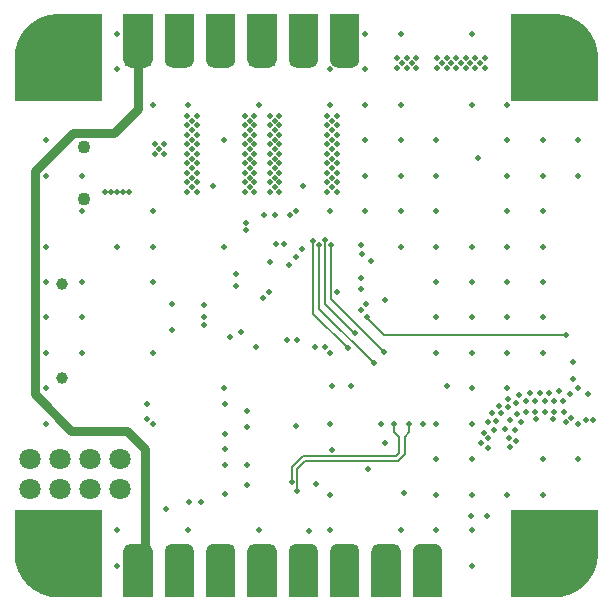
<source format=gbr>
%TF.GenerationSoftware,Altium Limited,Altium Designer,23.11.1 (41)*%
G04 Layer_Physical_Order=3*
G04 Layer_Color=36540*
%FSLAX45Y45*%
%MOMM*%
%TF.SameCoordinates,A167E3D1-D2EE-47D6-BB63-3A09D1C29133*%
%TF.FilePolarity,Positive*%
%TF.FileFunction,Copper,L3,Inr,Signal*%
%TF.Part,Single*%
G01*
G75*
%TA.AperFunction,Conductor*%
%ADD12C,0.18000*%
%ADD40C,0.15240*%
%TA.AperFunction,ComponentPad*%
%ADD42C,1.80000*%
%TA.AperFunction,ViaPad*%
%ADD43C,1.80000*%
%TA.AperFunction,ComponentPad*%
%ADD44C,1.00000*%
%ADD45C,1.10000*%
%TA.AperFunction,ViaPad*%
%ADD46C,1.00000*%
%ADD47C,0.50000*%
%TA.AperFunction,Conductor*%
%ADD48C,0.80000*%
G36*
G01X2350001Y30001D02*
G01Y422501D01*
G02X2412501Y485001I62500J0D01*
G01X2537501D01*
G02X2600001Y422501I0J-62500D01*
G01Y30001D01*
G01X2350001D01*
D02*
G37*
G36*
G01X2700000D02*
G01X2700001Y422501D01*
G02X2762501Y485001I62500J0D01*
G01X2887501D01*
G02X2950001Y422501I0J-62500D01*
G01X2950000Y30001D01*
G01X2700000D01*
D02*
G37*
G36*
G01X3400000D02*
G01X3400001Y422501D01*
G02X3462501Y485001I62500J0D01*
G01X3587501D01*
G02X3650001Y422501I0J-62500D01*
G01X3650000Y30001D01*
G01X3400000D01*
D02*
G37*
G36*
G01X3050001D02*
G01Y422501D01*
G02X3112501Y485001I62500J0D01*
G01X3237501D01*
G02X3300001Y422501I0J-62500D01*
G01Y30001D01*
G01X3050001D01*
D02*
G37*
G36*
G01X1650001D02*
G01Y422501D01*
G02X1712501Y485001I62500J0D01*
G01X1837501D01*
G02X1900001Y422501I0J-62500D01*
G01Y30001D01*
G01X1650001D01*
D02*
G37*
G36*
G01X2000000D02*
G01X2000001Y422501D01*
G02X2062501Y485001I62500J0D01*
G01X2187501D01*
G02X2250001Y422501I0J-62500D01*
G01X2250000Y30001D01*
G01X2000000D01*
D02*
G37*
G36*
G01X770000Y30000D02*
G01Y770000D01*
G01X30000D01*
G01X29999Y400000D01*
G03X400000Y30000I370000J0D01*
G01X770000Y30000D01*
D02*
G37*
G36*
G01X1300000Y30001D02*
G01X1300001Y422501D01*
G02X1362501Y485001I62500J0D01*
G01X1487501D01*
G02X1550001Y422501I0J-62500D01*
G01X1550000Y30001D01*
G01X1300000D01*
D02*
G37*
G36*
G01X950001D02*
G01Y422501D01*
G02X1012501Y485001I62500J0D01*
G01X1137501D01*
G02X1200001Y422501I0J-62500D01*
G01Y30001D01*
G01X950001D01*
D02*
G37*
G36*
G01X1200001Y4970000D02*
G01X1200000Y4577500D01*
G02X1137500Y4515000I-62500J0D01*
G01X1012500D01*
G02X950000Y4577500I0J62500D01*
G01X950001Y4970000D01*
G01X1200001D01*
D02*
G37*
G36*
G01X1550000D02*
G01Y4577500D01*
G02X1487500Y4515000I-62500J0D01*
G01X1362500D01*
G02X1300000Y4577500I0J62500D01*
G01Y4970000D01*
G01X1550000D01*
D02*
G37*
G36*
G01X1900001D02*
G01X1900000Y4577500D01*
G02X1837500Y4515000I-62500J0D01*
G01X1712500D01*
G02X1650000Y4577500I0J62500D01*
G01X1650001Y4970000D01*
G01X1900001D01*
D02*
G37*
G36*
G01X2250000D02*
G01Y4577500D01*
G02X2187500Y4515000I-62500J0D01*
G01X2062500D01*
G02X2000000Y4577500I0J62500D01*
G01Y4970000D01*
G01X2250000D01*
D02*
G37*
G36*
G01X2600001D02*
G01X2600000Y4577500D01*
G02X2537500Y4515000I-62500J0D01*
G01X2412500D01*
G02X2350000Y4577500I0J62500D01*
G01X2350001Y4970000D01*
G01X2600001D01*
D02*
G37*
G36*
G01X2950000D02*
G01Y4577500D01*
G02X2887500Y4515000I-62500J0D01*
G01X2762500D01*
G02X2700000Y4577500I0J62500D01*
G01Y4970000D01*
G01X2950000D01*
D02*
G37*
G36*
G01X4970000Y770000D02*
G01X4230000D01*
G01Y30000D01*
G01X4600000Y29999D01*
G03X4969999Y400000I0J370000D01*
G01X4970000Y770000D01*
D02*
G37*
G36*
G01X30000Y4230000D02*
G01X770000D01*
G01Y4970000D01*
G01X400000Y4970000D01*
G03X30000Y4600000I0J-370000D01*
G01X30000Y4230000D01*
D02*
G37*
G36*
G01X4230000Y4970000D02*
G01Y4230000D01*
G01X4970000D01*
G01X4970000Y4600000D01*
G03X4600000Y4969999I-370000J0D01*
G01X4230000Y4970000D01*
D02*
G37*
D12*
X2559056Y2430944D02*
X2850000Y2140000D01*
X2710000Y2556627D02*
Y3010000D01*
X2610000Y2471699D02*
X3070849Y2010850D01*
X3012936Y2397064D02*
Y2400000D01*
Y2397064D02*
X3160000Y2250000D01*
X2710000Y2556627D02*
X3158314Y2108314D01*
X2659528Y2514163D02*
X2906631Y2267060D01*
X2910000D01*
X3160000Y2250000D02*
X4700000D01*
X2610000Y2471699D02*
Y3010000D01*
X2559056Y2430944D02*
Y3050755D01*
X2659528Y2514163D02*
Y3052464D01*
D40*
X3243050Y1431000D02*
Y1495000D01*
X3373050Y1431000D02*
Y1500000D01*
X3333050Y1391000D02*
X3373050Y1431000D01*
X3274872Y1184680D02*
X3333050Y1242858D01*
Y1391000D01*
X3243050Y1431000D02*
X3282730Y1391320D01*
Y1256630D02*
Y1391320D01*
X2487957Y1184680D02*
X3274872D01*
X2374680Y1135495D02*
X2469185Y1230000D01*
X2374680Y1010000D02*
Y1135495D01*
X3256100Y1230000D02*
X3282730Y1256630D01*
X2420000Y930000D02*
Y1116723D01*
X2469185Y1230000D02*
X3256100D01*
X2420000Y1116723D02*
X2487957Y1184680D01*
D42*
X160000Y1200000D02*
D03*
X414000D02*
D03*
X668000D02*
D03*
Y946000D02*
D03*
X414000D02*
D03*
D43*
X922000Y1200000D02*
D03*
Y946000D02*
D03*
X160000D02*
D03*
D44*
X435000Y1885000D02*
D03*
Y2685000D02*
D03*
D45*
X620000Y3840000D02*
D03*
Y3400000D02*
D03*
D46*
X4600000Y150000D02*
D03*
X4776777Y223223D02*
D03*
X4423223D02*
D03*
X4850000Y400000D02*
D03*
X4350000D02*
D03*
X4776777Y576777D02*
D03*
X4423223D02*
D03*
X4600000Y650000D02*
D03*
X150000Y400000D02*
D03*
X223223Y223223D02*
D03*
Y576777D02*
D03*
X400000Y150000D02*
D03*
Y650000D02*
D03*
X576777Y223223D02*
D03*
Y576777D02*
D03*
X650000Y400000D02*
D03*
X400000Y4850000D02*
D03*
X223223Y4776777D02*
D03*
X576777D02*
D03*
X150000Y4600000D02*
D03*
X650000D02*
D03*
X223223Y4423223D02*
D03*
X576777D02*
D03*
X400000Y4350000D02*
D03*
X4850000Y4600000D02*
D03*
X4776777Y4776777D02*
D03*
Y4423223D02*
D03*
X4600000Y4850000D02*
D03*
Y4350000D02*
D03*
X4423223Y4776777D02*
D03*
Y4423223D02*
D03*
X4350000Y4600000D02*
D03*
D47*
X2135997Y2562297D02*
D03*
X4866124Y1535415D02*
D03*
X4799999Y3899999D02*
D03*
Y3599999D02*
D03*
Y1799999D02*
D03*
Y1500000D02*
D03*
Y1200000D02*
D03*
X4499999Y3899999D02*
D03*
Y3599999D02*
D03*
Y3299999D02*
D03*
Y2999999D02*
D03*
Y2699999D02*
D03*
Y2399999D02*
D03*
Y2099999D02*
D03*
Y1200000D02*
D03*
Y900000D02*
D03*
X4199999Y4199999D02*
D03*
Y3899999D02*
D03*
Y3599999D02*
D03*
Y3299999D02*
D03*
Y2999999D02*
D03*
Y2699999D02*
D03*
Y2399999D02*
D03*
Y2099999D02*
D03*
Y1799999D02*
D03*
Y900000D02*
D03*
X3899999Y4799999D02*
D03*
Y4199999D02*
D03*
Y2999999D02*
D03*
Y2699999D02*
D03*
Y2399999D02*
D03*
Y2099999D02*
D03*
Y1799999D02*
D03*
Y1500000D02*
D03*
Y1200000D02*
D03*
Y900000D02*
D03*
Y600000D02*
D03*
Y300000D02*
D03*
X3599999Y3899999D02*
D03*
Y3599999D02*
D03*
Y3299999D02*
D03*
Y2999999D02*
D03*
Y2699999D02*
D03*
Y2399999D02*
D03*
Y2099999D02*
D03*
Y1500000D02*
D03*
Y1200000D02*
D03*
Y900000D02*
D03*
Y600000D02*
D03*
X3299999Y4799999D02*
D03*
Y4199999D02*
D03*
Y3899999D02*
D03*
Y3599999D02*
D03*
Y3299999D02*
D03*
Y2999999D02*
D03*
Y600000D02*
D03*
X2999999Y4799999D02*
D03*
Y4499999D02*
D03*
Y4199999D02*
D03*
Y3899999D02*
D03*
Y3599999D02*
D03*
Y3299999D02*
D03*
X2699999Y4499999D02*
D03*
Y4199999D02*
D03*
Y3299999D02*
D03*
Y2099999D02*
D03*
Y1500000D02*
D03*
Y900000D02*
D03*
Y600000D02*
D03*
X2099999Y4199999D02*
D03*
Y600000D02*
D03*
X1799999Y3899999D02*
D03*
Y2999999D02*
D03*
Y1799999D02*
D03*
X1500000Y4199999D02*
D03*
Y600000D02*
D03*
X1200000Y4199999D02*
D03*
Y3299999D02*
D03*
Y2999999D02*
D03*
Y2699999D02*
D03*
Y2099999D02*
D03*
Y1500000D02*
D03*
X900000Y4799999D02*
D03*
Y4499999D02*
D03*
Y2999999D02*
D03*
Y600000D02*
D03*
Y300000D02*
D03*
X600000Y3599999D02*
D03*
Y3299999D02*
D03*
Y2699999D02*
D03*
Y2399999D02*
D03*
Y2099999D02*
D03*
X300000Y3899999D02*
D03*
Y3599999D02*
D03*
Y2999999D02*
D03*
Y2699999D02*
D03*
Y2399999D02*
D03*
Y2099999D02*
D03*
Y1799999D02*
D03*
Y1500000D02*
D03*
X4930549Y1527899D02*
D03*
X4643169Y1777145D02*
D03*
X4556564Y1757813D02*
D03*
X4476247Y1757811D02*
D03*
X4390245Y1756801D02*
D03*
X4297558Y1745252D02*
D03*
X4207546Y1711538D02*
D03*
X4130680Y1654791D02*
D03*
X4075687Y1587260D02*
D03*
X4042071Y1511133D02*
D03*
X4005211Y1424561D02*
D03*
X3978717Y1337486D02*
D03*
X4276856Y1358169D02*
D03*
X4269954Y1447950D02*
D03*
X4318763Y1515485D02*
D03*
X4443672Y1541628D02*
D03*
X4586861Y1540997D02*
D03*
X4698588Y1512743D02*
D03*
X4733074Y1753264D02*
D03*
X4676564Y1696637D02*
D03*
X4596565D02*
D03*
X4516565D02*
D03*
X4436565D02*
D03*
X4356569Y1695807D02*
D03*
X4278126Y1680102D02*
D03*
X4206711Y1644048D02*
D03*
X4148761Y1588896D02*
D03*
X4106491Y1520976D02*
D03*
X4086179Y1443598D02*
D03*
X4041924Y1376954D02*
D03*
X4037736Y1297063D02*
D03*
X4222264Y1303846D02*
D03*
X4213773Y1383394D02*
D03*
X4184213Y1457732D02*
D03*
X4220557Y1529000D02*
D03*
X4282253Y1579927D02*
D03*
X4359117Y1602108D02*
D03*
X4439106Y1603363D02*
D03*
X4519106D02*
D03*
X4599106D02*
D03*
X4679036Y1600011D02*
D03*
X4738716Y1546736D02*
D03*
X4887597Y1750237D02*
D03*
X1610000Y839000D02*
D03*
X1950000Y2280000D02*
D03*
X1855000Y2232500D02*
D03*
X1214779Y3784800D02*
D03*
Y3865200D02*
D03*
X1295222Y3784800D02*
D03*
X1255001Y3825000D02*
D03*
X1295222Y3865200D02*
D03*
X3270000Y4595221D02*
D03*
Y4514779D02*
D03*
X3310221Y4555000D02*
D03*
X3350442Y4514779D02*
D03*
Y4595221D02*
D03*
X3390664Y4555000D02*
D03*
X3430885Y4514779D02*
D03*
Y4595221D02*
D03*
X2759480Y3462829D02*
D03*
Y4025925D02*
D03*
Y3704156D02*
D03*
Y3865040D02*
D03*
X2719259Y3583492D02*
D03*
Y4066146D02*
D03*
X2759480Y3945483D02*
D03*
X2679038Y4106367D02*
D03*
Y3945483D02*
D03*
Y3784598D02*
D03*
X2759480Y3623713D02*
D03*
X2719259Y3663935D02*
D03*
Y3503050D02*
D03*
X2679038Y3865040D02*
D03*
X2719259Y3824819D02*
D03*
X2759480Y3543271D02*
D03*
X2719259Y3985704D02*
D03*
X2679038Y3704156D02*
D03*
Y3543271D02*
D03*
X2759480Y3784598D02*
D03*
X2679038Y3623713D02*
D03*
X2719259Y3744377D02*
D03*
X2679038Y3462829D02*
D03*
X2719259Y3905261D02*
D03*
X2679038Y4025925D02*
D03*
X2759480Y4106367D02*
D03*
X2190520Y3462829D02*
D03*
Y4025925D02*
D03*
Y3704156D02*
D03*
Y3865040D02*
D03*
X2230741Y3583492D02*
D03*
Y4066146D02*
D03*
X2190520Y3945483D02*
D03*
X2270962Y4106367D02*
D03*
Y3945483D02*
D03*
Y3784598D02*
D03*
X2190520Y3623713D02*
D03*
X2230741Y3663935D02*
D03*
Y3503050D02*
D03*
X2270962Y3865040D02*
D03*
X2230741Y3824819D02*
D03*
X2190520Y3543271D02*
D03*
X2230741Y3985704D02*
D03*
X2270962Y3704156D02*
D03*
Y3543271D02*
D03*
X2190520Y3784598D02*
D03*
X2270962Y3623713D02*
D03*
X2230741Y3744377D02*
D03*
X2270962Y3462829D02*
D03*
X2230741Y3905261D02*
D03*
X2270962Y4025925D02*
D03*
X2190520Y4106367D02*
D03*
X2059480Y3462829D02*
D03*
Y4025925D02*
D03*
Y3704156D02*
D03*
Y3865040D02*
D03*
X2019259Y3583492D02*
D03*
Y4066146D02*
D03*
X2059480Y3945483D02*
D03*
X1979038Y4106367D02*
D03*
Y3945483D02*
D03*
Y3784598D02*
D03*
X2059480Y3623713D02*
D03*
X2019259Y3663935D02*
D03*
Y3503050D02*
D03*
X1979038Y3865040D02*
D03*
X2019259Y3824819D02*
D03*
X2059480Y3543271D02*
D03*
X2019259Y3985704D02*
D03*
X1979038Y3704156D02*
D03*
Y3543271D02*
D03*
X2059480Y3784598D02*
D03*
X1979038Y3623713D02*
D03*
X2019259Y3744377D02*
D03*
X1979038Y3462829D02*
D03*
X2019259Y3905261D02*
D03*
X1979038Y4025925D02*
D03*
X2059480Y4106367D02*
D03*
X1490520D02*
D03*
X1570962Y4025925D02*
D03*
X1530741Y3905261D02*
D03*
X1570962Y3462829D02*
D03*
X1530741Y3744377D02*
D03*
X1570962Y3623713D02*
D03*
X1490520Y3784598D02*
D03*
X1570962Y3543271D02*
D03*
Y3704156D02*
D03*
X1530741Y3985704D02*
D03*
X1490520Y3543271D02*
D03*
X1530741Y3824819D02*
D03*
X1570962Y3865040D02*
D03*
X1530741Y3503050D02*
D03*
Y3663935D02*
D03*
X1490520Y3623713D02*
D03*
X1570962Y3784598D02*
D03*
Y3945483D02*
D03*
Y4106367D02*
D03*
X1490520Y3945483D02*
D03*
X1530741Y4066146D02*
D03*
Y3583492D02*
D03*
X1490520Y3865040D02*
D03*
Y3704156D02*
D03*
Y4025925D02*
D03*
Y3462829D02*
D03*
X794000Y3460001D02*
D03*
X846000Y3460000D02*
D03*
X1002000Y3460000D02*
D03*
X898000Y3460000D02*
D03*
X950000Y3460000D02*
D03*
X3648009Y4555000D02*
D03*
X3607788Y4514779D02*
D03*
Y4595221D02*
D03*
X3688231D02*
D03*
Y4514779D02*
D03*
X3728452Y4555000D02*
D03*
X3768673Y4595221D02*
D03*
Y4514779D02*
D03*
X3808894Y4555000D02*
D03*
X3849115Y4595221D02*
D03*
Y4514779D02*
D03*
X3889336Y4555000D02*
D03*
X3929558Y4595221D02*
D03*
Y4514779D02*
D03*
X3969779Y4555000D02*
D03*
X4010000Y4514779D02*
D03*
Y4595221D02*
D03*
X1152000Y1537500D02*
D03*
X2374680Y1010000D02*
D03*
X3373050Y1500000D02*
D03*
X3243050Y1495000D02*
D03*
X2420000Y930000D02*
D03*
X2412500Y1480000D02*
D03*
X2720000Y1277500D02*
D03*
X2580000Y990000D02*
D03*
X2521701Y594992D02*
D03*
X3892500Y720000D02*
D03*
X4760000Y1880000D02*
D03*
Y2020000D02*
D03*
X3170000Y1340000D02*
D03*
X2000000Y1607500D02*
D03*
X3955000Y3754000D02*
D03*
X3128100Y1495000D02*
D03*
X3488000D02*
D03*
X3689050Y1824000D02*
D03*
X3022234Y1120000D02*
D03*
X3328050Y918000D02*
D03*
X2880088Y1823984D02*
D03*
X2720080D02*
D03*
X1358664Y2514597D02*
D03*
Y2295403D02*
D03*
X3050000Y2880000D02*
D03*
X2973366Y2933366D02*
D03*
X2570000Y2150000D02*
D03*
X2424601Y2208750D02*
D03*
X2660000Y2150000D02*
D03*
X3005000Y2514600D02*
D03*
X2966250Y2643750D02*
D03*
X2850000Y2140000D02*
D03*
X2000000Y980000D02*
D03*
X2070000Y2150000D02*
D03*
X2338750Y2208750D02*
D03*
X2759880Y2619840D02*
D03*
X3070849Y2010850D02*
D03*
X3012936Y2400000D02*
D03*
X3158314Y2108314D02*
D03*
X2910000Y2267060D02*
D03*
X2962536Y2464528D02*
D03*
X3170000Y2550000D02*
D03*
X4027500Y720000D02*
D03*
X1807500Y902500D02*
D03*
X2188285Y2866566D02*
D03*
X2180000Y2615552D02*
D03*
X1807500Y1283500D02*
D03*
X1510000Y840000D02*
D03*
X1307992Y780008D02*
D03*
X2470800Y3514700D02*
D03*
X2308300Y3020000D02*
D03*
X2245600D02*
D03*
X2355000Y2845000D02*
D03*
X1990000Y3203300D02*
D03*
Y3140600D02*
D03*
X2966250Y2736250D02*
D03*
X2460000Y2983819D02*
D03*
X1152000Y1664500D02*
D03*
X1807500D02*
D03*
Y1410500D02*
D03*
Y1152500D02*
D03*
X2000000D02*
D03*
Y1472500D02*
D03*
X2408357Y2910043D02*
D03*
X2138750Y3271250D02*
D03*
X1711500Y3514700D02*
D03*
X1904082Y2768418D02*
D03*
X2231250Y3271250D02*
D03*
X1904082Y2668418D02*
D03*
X2962536Y3015472D02*
D03*
X4700000Y2250000D02*
D03*
X2410000Y3305000D02*
D03*
X2358513Y3264933D02*
D03*
X2610000Y3010000D02*
D03*
X2659528Y3052464D02*
D03*
X1634231Y2403174D02*
D03*
X2559056Y3050755D02*
D03*
X1634231Y2503646D02*
D03*
X2710000Y3010000D02*
D03*
X1634231Y2337458D02*
D03*
D48*
X525000Y3965000D02*
X875000D01*
X200000Y1750000D02*
Y3640000D01*
X525000Y3965000D01*
X1075000Y4165000D02*
Y4640000D01*
X875000Y3965000D02*
X1075000Y4165000D01*
X980000Y1440000D02*
X1130000Y1290000D01*
Y415000D02*
Y1290000D01*
X510000Y1440000D02*
X980000D01*
X200000Y1750000D02*
X510000Y1440000D01*
X1075001Y360001D02*
X1130000Y415000D01*
%TF.MD5,ff5e3420cb8af6a87d8e93d86b8dd178*%
M02*

</source>
